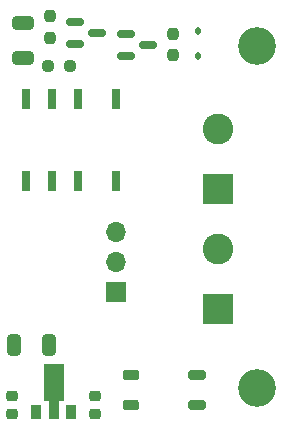
<source format=gbr>
%TF.GenerationSoftware,KiCad,Pcbnew,7.0.7*%
%TF.CreationDate,2024-02-03T00:12:55+01:00*%
%TF.ProjectId,keerlusRelais,6b656572-6c75-4735-9265-6c6169732e6b,rev?*%
%TF.SameCoordinates,Original*%
%TF.FileFunction,Soldermask,Top*%
%TF.FilePolarity,Negative*%
%FSLAX46Y46*%
G04 Gerber Fmt 4.6, Leading zero omitted, Abs format (unit mm)*
G04 Created by KiCad (PCBNEW 7.0.7) date 2024-02-03 00:12:55*
%MOMM*%
%LPD*%
G01*
G04 APERTURE LIST*
G04 Aperture macros list*
%AMRoundRect*
0 Rectangle with rounded corners*
0 $1 Rounding radius*
0 $2 $3 $4 $5 $6 $7 $8 $9 X,Y pos of 4 corners*
0 Add a 4 corners polygon primitive as box body*
4,1,4,$2,$3,$4,$5,$6,$7,$8,$9,$2,$3,0*
0 Add four circle primitives for the rounded corners*
1,1,$1+$1,$2,$3*
1,1,$1+$1,$4,$5*
1,1,$1+$1,$6,$7*
1,1,$1+$1,$8,$9*
0 Add four rect primitives between the rounded corners*
20,1,$1+$1,$2,$3,$4,$5,0*
20,1,$1+$1,$4,$5,$6,$7,0*
20,1,$1+$1,$6,$7,$8,$9,0*
20,1,$1+$1,$8,$9,$2,$3,0*%
%AMFreePoly0*
4,1,9,3.862500,-0.866500,0.737500,-0.866500,0.737500,-0.450000,-0.737500,-0.450000,-0.737500,0.450000,0.737500,0.450000,0.737500,0.866500,3.862500,0.866500,3.862500,-0.866500,3.862500,-0.866500,$1*%
G04 Aperture macros list end*
%ADD10RoundRect,0.237500X0.250000X0.237500X-0.250000X0.237500X-0.250000X-0.237500X0.250000X-0.237500X0*%
%ADD11RoundRect,0.212500X-0.459000X-0.212500X0.459000X-0.212500X0.459000X0.212500X-0.459000X0.212500X0*%
%ADD12RoundRect,0.210000X-0.461500X-0.210000X0.461500X-0.210000X0.461500X0.210000X-0.461500X0.210000X0*%
%ADD13RoundRect,0.210000X-0.511500X-0.210000X0.511500X-0.210000X0.511500X0.210000X-0.511500X0.210000X0*%
%ADD14R,2.600000X2.600000*%
%ADD15C,2.600000*%
%ADD16RoundRect,0.237500X-0.237500X0.250000X-0.237500X-0.250000X0.237500X-0.250000X0.237500X0.250000X0*%
%ADD17R,1.700000X1.700000*%
%ADD18O,1.700000X1.700000*%
%ADD19RoundRect,0.225000X-0.250000X0.225000X-0.250000X-0.225000X0.250000X-0.225000X0.250000X0.225000X0*%
%ADD20R,0.800000X1.800000*%
%ADD21RoundRect,0.237500X0.237500X-0.250000X0.237500X0.250000X-0.237500X0.250000X-0.237500X-0.250000X0*%
%ADD22RoundRect,0.150000X-0.587500X-0.150000X0.587500X-0.150000X0.587500X0.150000X-0.587500X0.150000X0*%
%ADD23RoundRect,0.250000X0.650000X-0.325000X0.650000X0.325000X-0.650000X0.325000X-0.650000X-0.325000X0*%
%ADD24R,0.900000X1.300000*%
%ADD25FreePoly0,90.000000*%
%ADD26C,3.200000*%
%ADD27RoundRect,0.112500X0.112500X-0.187500X0.112500X0.187500X-0.112500X0.187500X-0.112500X-0.187500X0*%
%ADD28RoundRect,0.250000X-0.325000X-0.650000X0.325000X-0.650000X0.325000X0.650000X-0.325000X0.650000X0*%
G04 APERTURE END LIST*
D10*
%TO.C,R3*%
X175156500Y-60706000D03*
X173331500Y-60706000D03*
%TD*%
D11*
%TO.C,D1*%
X180362500Y-86863000D03*
D12*
X180362500Y-89408000D03*
D13*
X185955500Y-89408000D03*
X185955500Y-86868000D03*
%TD*%
D14*
%TO.C,J1*%
X187706000Y-81280000D03*
D15*
X187706000Y-76200000D03*
%TD*%
D16*
%TO.C,R2*%
X173482000Y-56491500D03*
X173482000Y-58316500D03*
%TD*%
D14*
%TO.C,J2*%
X187706000Y-71120000D03*
D15*
X187706000Y-66040000D03*
%TD*%
D17*
%TO.C,J3*%
X179070000Y-79883000D03*
D18*
X179070000Y-77343000D03*
X179070000Y-74803000D03*
%TD*%
D19*
%TO.C,C3*%
X170307000Y-88620000D03*
X170307000Y-90170000D03*
%TD*%
D20*
%TO.C,K1*%
X179070000Y-63500000D03*
X175870000Y-63500000D03*
X173670000Y-63500000D03*
X171470000Y-63500000D03*
X171470000Y-70500000D03*
X173670000Y-70500000D03*
X175870000Y-70500000D03*
X179070000Y-70500000D03*
%TD*%
D21*
%TO.C,R1*%
X183896000Y-59817000D03*
X183896000Y-57992000D03*
%TD*%
D22*
%TO.C,Q2*%
X175592500Y-56962000D03*
X175592500Y-58862000D03*
X177467500Y-57912000D03*
%TD*%
D23*
%TO.C,C4*%
X171196000Y-60022000D03*
X171196000Y-57072000D03*
%TD*%
D19*
%TO.C,C1*%
X177292000Y-88633000D03*
X177292000Y-90183000D03*
%TD*%
D24*
%TO.C,U1*%
X172294000Y-89976500D03*
D25*
X173794000Y-89889000D03*
D24*
X175294000Y-89976500D03*
%TD*%
D26*
%TO.C,REF\u002A\u002A*%
X191000000Y-88000000D03*
%TD*%
D27*
%TO.C,D2*%
X186055000Y-59851000D03*
X186055000Y-57751000D03*
%TD*%
D28*
%TO.C,C2*%
X170483000Y-84328000D03*
X173433000Y-84328000D03*
%TD*%
D22*
%TO.C,Q1*%
X179910500Y-57978000D03*
X179910500Y-59878000D03*
X181785500Y-58928000D03*
%TD*%
D26*
%TO.C,REF\u002A\u002A*%
X191000000Y-59000000D03*
%TD*%
M02*

</source>
